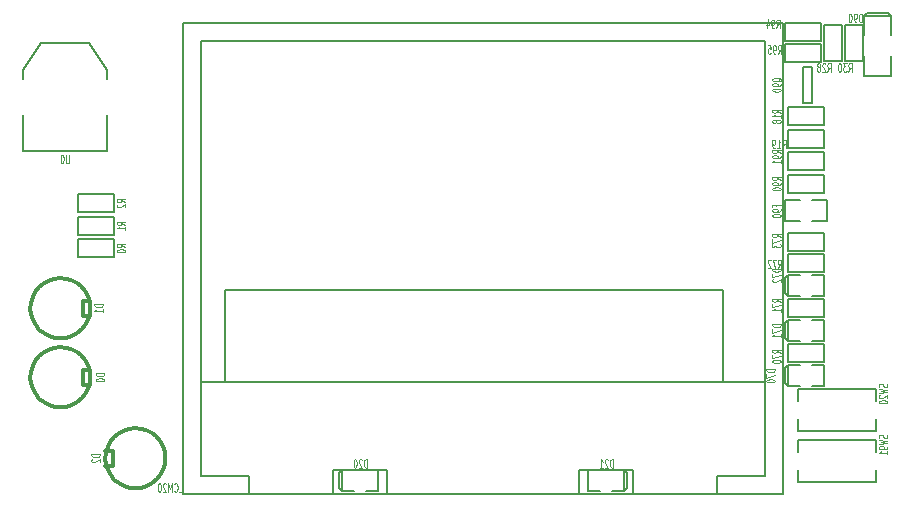
<source format=gbo>
G04 (created by PCBNEW-RS274X (2012-01-19 BZR 3256)-stable) date 22/03/2013 00:28:45*
G01*
G70*
G90*
%MOIN*%
G04 Gerber Fmt 3.4, Leading zero omitted, Abs format*
%FSLAX34Y34*%
G04 APERTURE LIST*
%ADD10C,0.006000*%
%ADD11C,0.005000*%
%ADD12C,0.008000*%
%ADD13C,0.012000*%
%ADD14C,0.004500*%
G04 APERTURE END LIST*
G54D10*
G54D11*
X100150Y-44650D02*
X100150Y-45850D01*
X100150Y-45850D02*
X100450Y-45850D01*
X100450Y-45850D02*
X100450Y-44650D01*
X100450Y-44650D02*
X100150Y-44650D01*
X100050Y-49800D02*
X99550Y-49800D01*
X99550Y-49800D02*
X99550Y-49100D01*
X99550Y-49100D02*
X100050Y-49100D01*
X100450Y-49800D02*
X100950Y-49800D01*
X100950Y-49800D02*
X100950Y-49100D01*
X100950Y-49100D02*
X100450Y-49100D01*
X99650Y-46600D02*
X100850Y-46600D01*
X100850Y-46600D02*
X100850Y-46000D01*
X100850Y-46000D02*
X99650Y-46000D01*
X99650Y-46000D02*
X99650Y-46600D01*
X100850Y-46750D02*
X99650Y-46750D01*
X99650Y-46750D02*
X99650Y-47350D01*
X99650Y-47350D02*
X100850Y-47350D01*
X100850Y-47350D02*
X100850Y-46750D01*
X100850Y-48250D02*
X99650Y-48250D01*
X99650Y-48250D02*
X99650Y-48850D01*
X99650Y-48850D02*
X100850Y-48850D01*
X100850Y-48850D02*
X100850Y-48250D01*
X100850Y-47500D02*
X99650Y-47500D01*
X99650Y-47500D02*
X99650Y-48100D01*
X99650Y-48100D02*
X100850Y-48100D01*
X100850Y-48100D02*
X100850Y-47500D01*
X99550Y-43800D02*
X100750Y-43800D01*
X100750Y-43800D02*
X100750Y-43200D01*
X100750Y-43200D02*
X99550Y-43200D01*
X99550Y-43200D02*
X99550Y-43800D01*
X100750Y-43900D02*
X99550Y-43900D01*
X99550Y-43900D02*
X99550Y-44500D01*
X99550Y-44500D02*
X100750Y-44500D01*
X100750Y-44500D02*
X100750Y-43900D01*
X103100Y-42950D02*
X103000Y-42850D01*
X103000Y-42850D02*
X102300Y-42850D01*
X102300Y-42850D02*
X102200Y-42950D01*
X103100Y-44950D02*
X102200Y-44950D01*
X102200Y-44950D02*
X102200Y-44300D01*
X103100Y-43600D02*
X103100Y-42950D01*
X103100Y-42950D02*
X102200Y-42950D01*
X102200Y-42950D02*
X102200Y-43600D01*
X103100Y-44300D02*
X103100Y-44950D01*
X84800Y-58800D02*
X84700Y-58700D01*
X84700Y-58700D02*
X84700Y-58200D01*
X84700Y-58200D02*
X84800Y-58100D01*
X85200Y-58800D02*
X84800Y-58800D01*
X84800Y-58800D02*
X84800Y-58100D01*
X84800Y-58100D02*
X85200Y-58100D01*
X85600Y-58800D02*
X86000Y-58800D01*
X86000Y-58800D02*
X86000Y-58100D01*
X86000Y-58100D02*
X85600Y-58100D01*
X94200Y-58100D02*
X94300Y-58200D01*
X94300Y-58200D02*
X94300Y-58700D01*
X94300Y-58700D02*
X94200Y-58800D01*
X93800Y-58100D02*
X94200Y-58100D01*
X94200Y-58100D02*
X94200Y-58800D01*
X94200Y-58800D02*
X93800Y-58800D01*
X93400Y-58100D02*
X93000Y-58100D01*
X93000Y-58100D02*
X93000Y-58800D01*
X93000Y-58800D02*
X93400Y-58800D01*
X99650Y-55300D02*
X99550Y-55200D01*
X99550Y-55200D02*
X99550Y-54700D01*
X99550Y-54700D02*
X99650Y-54600D01*
X100050Y-55300D02*
X99650Y-55300D01*
X99650Y-55300D02*
X99650Y-54600D01*
X99650Y-54600D02*
X100050Y-54600D01*
X100450Y-55300D02*
X100850Y-55300D01*
X100850Y-55300D02*
X100850Y-54600D01*
X100850Y-54600D02*
X100450Y-54600D01*
X99650Y-53800D02*
X99550Y-53700D01*
X99550Y-53700D02*
X99550Y-53200D01*
X99550Y-53200D02*
X99650Y-53100D01*
X100050Y-53800D02*
X99650Y-53800D01*
X99650Y-53800D02*
X99650Y-53100D01*
X99650Y-53100D02*
X100050Y-53100D01*
X100450Y-53800D02*
X100850Y-53800D01*
X100850Y-53800D02*
X100850Y-53100D01*
X100850Y-53100D02*
X100450Y-53100D01*
X99650Y-52300D02*
X99550Y-52200D01*
X99550Y-52200D02*
X99550Y-51700D01*
X99550Y-51700D02*
X99650Y-51600D01*
X100050Y-52300D02*
X99650Y-52300D01*
X99650Y-52300D02*
X99650Y-51600D01*
X99650Y-51600D02*
X100050Y-51600D01*
X100450Y-52300D02*
X100850Y-52300D01*
X100850Y-52300D02*
X100850Y-51600D01*
X100850Y-51600D02*
X100450Y-51600D01*
X100850Y-53900D02*
X99650Y-53900D01*
X99650Y-53900D02*
X99650Y-54500D01*
X99650Y-54500D02*
X100850Y-54500D01*
X100850Y-54500D02*
X100850Y-53900D01*
X100850Y-52400D02*
X99650Y-52400D01*
X99650Y-52400D02*
X99650Y-53000D01*
X99650Y-53000D02*
X100850Y-53000D01*
X100850Y-53000D02*
X100850Y-52400D01*
X100850Y-50900D02*
X99650Y-50900D01*
X99650Y-50900D02*
X99650Y-51500D01*
X99650Y-51500D02*
X100850Y-51500D01*
X100850Y-51500D02*
X100850Y-50900D01*
X100850Y-50200D02*
X99650Y-50200D01*
X99650Y-50200D02*
X99650Y-50800D01*
X99650Y-50800D02*
X100850Y-50800D01*
X100850Y-50800D02*
X100850Y-50200D01*
X77200Y-50400D02*
X76000Y-50400D01*
X76000Y-50400D02*
X76000Y-51000D01*
X76000Y-51000D02*
X77200Y-51000D01*
X77200Y-51000D02*
X77200Y-50400D01*
X77200Y-49650D02*
X76000Y-49650D01*
X76000Y-49650D02*
X76000Y-50250D01*
X76000Y-50250D02*
X77200Y-50250D01*
X77200Y-50250D02*
X77200Y-49650D01*
X77200Y-48900D02*
X76000Y-48900D01*
X76000Y-48900D02*
X76000Y-49500D01*
X76000Y-49500D02*
X77200Y-49500D01*
X77200Y-49500D02*
X77200Y-48900D01*
X102600Y-56400D02*
X102600Y-56800D01*
X102600Y-56800D02*
X100000Y-56800D01*
X100000Y-56800D02*
X100000Y-56400D01*
X102600Y-55800D02*
X102600Y-55400D01*
X102600Y-55400D02*
X100000Y-55400D01*
X100000Y-55400D02*
X100000Y-55800D01*
G54D12*
X76950Y-46250D02*
X76950Y-47450D01*
X76950Y-47450D02*
X74150Y-47450D01*
X74150Y-47450D02*
X74150Y-46250D01*
X76950Y-45050D02*
X76950Y-44750D01*
X76950Y-44750D02*
X76350Y-43850D01*
X76350Y-43850D02*
X74750Y-43850D01*
X74750Y-43850D02*
X74150Y-44750D01*
X74150Y-44750D02*
X74150Y-45050D01*
G54D13*
X76400Y-55000D02*
X76380Y-55194D01*
X76324Y-55381D01*
X76232Y-55553D01*
X76109Y-55704D01*
X75959Y-55829D01*
X75787Y-55921D01*
X75601Y-55979D01*
X75406Y-55999D01*
X75213Y-55982D01*
X75026Y-55927D01*
X74853Y-55836D01*
X74701Y-55714D01*
X74575Y-55564D01*
X74481Y-55393D01*
X74422Y-55207D01*
X74401Y-55013D01*
X74417Y-54820D01*
X74471Y-54632D01*
X74560Y-54459D01*
X74681Y-54306D01*
X74830Y-54179D01*
X75000Y-54084D01*
X75186Y-54024D01*
X75380Y-54001D01*
X75573Y-54016D01*
X75761Y-54068D01*
X75935Y-54156D01*
X76089Y-54276D01*
X76217Y-54424D01*
X76313Y-54594D01*
X76375Y-54779D01*
X76399Y-54973D01*
X76400Y-55000D01*
X76400Y-55250D02*
X76150Y-55250D01*
X76150Y-55250D02*
X76150Y-54750D01*
X76150Y-54750D02*
X76400Y-54750D01*
X76400Y-52700D02*
X76380Y-52894D01*
X76324Y-53081D01*
X76232Y-53253D01*
X76109Y-53404D01*
X75959Y-53529D01*
X75787Y-53621D01*
X75601Y-53679D01*
X75406Y-53699D01*
X75213Y-53682D01*
X75026Y-53627D01*
X74853Y-53536D01*
X74701Y-53414D01*
X74575Y-53264D01*
X74481Y-53093D01*
X74422Y-52907D01*
X74401Y-52713D01*
X74417Y-52520D01*
X74471Y-52332D01*
X74560Y-52159D01*
X74681Y-52006D01*
X74830Y-51879D01*
X75000Y-51784D01*
X75186Y-51724D01*
X75380Y-51701D01*
X75573Y-51716D01*
X75761Y-51768D01*
X75935Y-51856D01*
X76089Y-51976D01*
X76217Y-52124D01*
X76313Y-52294D01*
X76375Y-52479D01*
X76399Y-52673D01*
X76400Y-52700D01*
X76400Y-52950D02*
X76150Y-52950D01*
X76150Y-52950D02*
X76150Y-52450D01*
X76150Y-52450D02*
X76400Y-52450D01*
X78900Y-57700D02*
X78880Y-57894D01*
X78824Y-58081D01*
X78732Y-58253D01*
X78609Y-58404D01*
X78459Y-58529D01*
X78287Y-58621D01*
X78101Y-58679D01*
X77906Y-58699D01*
X77713Y-58682D01*
X77526Y-58627D01*
X77353Y-58536D01*
X77201Y-58414D01*
X77075Y-58264D01*
X76981Y-58093D01*
X76922Y-57907D01*
X76901Y-57713D01*
X76917Y-57520D01*
X76971Y-57332D01*
X77060Y-57159D01*
X77181Y-57006D01*
X77330Y-56879D01*
X77500Y-56784D01*
X77686Y-56724D01*
X77880Y-56701D01*
X78073Y-56716D01*
X78261Y-56768D01*
X78435Y-56856D01*
X78589Y-56976D01*
X78717Y-57124D01*
X78813Y-57294D01*
X78875Y-57479D01*
X78899Y-57673D01*
X78900Y-57700D01*
X76900Y-57450D02*
X77150Y-57450D01*
X77150Y-57450D02*
X77150Y-57950D01*
X77150Y-57950D02*
X76900Y-57950D01*
G54D11*
X101450Y-44450D02*
X101450Y-43250D01*
X101450Y-43250D02*
X100850Y-43250D01*
X100850Y-43250D02*
X100850Y-44450D01*
X100850Y-44450D02*
X101450Y-44450D01*
X101550Y-43250D02*
X101550Y-44450D01*
X101550Y-44450D02*
X102150Y-44450D01*
X102150Y-44450D02*
X102150Y-43250D01*
X102150Y-43250D02*
X101550Y-43250D01*
X102600Y-58100D02*
X102600Y-58500D01*
X102600Y-58500D02*
X100000Y-58500D01*
X100000Y-58500D02*
X100000Y-58100D01*
X102600Y-57500D02*
X102600Y-57100D01*
X102600Y-57100D02*
X100000Y-57100D01*
X100000Y-57100D02*
X100000Y-57500D01*
X80900Y-52100D02*
X80900Y-55150D01*
X97500Y-52100D02*
X97500Y-55150D01*
X80900Y-52100D02*
X97500Y-52100D01*
X98900Y-55150D02*
X80100Y-55150D01*
X84500Y-58900D02*
X84500Y-58100D01*
X84500Y-58100D02*
X86300Y-58100D01*
X86300Y-58100D02*
X86300Y-58900D01*
X94500Y-58900D02*
X94500Y-58100D01*
X94500Y-58100D02*
X92700Y-58100D01*
X92700Y-58100D02*
X92700Y-58900D01*
X81700Y-58900D02*
X81700Y-58300D01*
X81700Y-58300D02*
X80100Y-58300D01*
X80100Y-58300D02*
X80100Y-43800D01*
X80100Y-43800D02*
X98900Y-43800D01*
X98900Y-43800D02*
X98900Y-58300D01*
X98900Y-58300D02*
X97300Y-58300D01*
X97300Y-58300D02*
X97300Y-58900D01*
X99500Y-43200D02*
X79500Y-43200D01*
X79500Y-58900D02*
X99500Y-58900D01*
X79500Y-43200D02*
X79500Y-58900D01*
X99500Y-43200D02*
X99500Y-58900D01*
G54D14*
X99440Y-45148D02*
X99427Y-45131D01*
X99400Y-45114D01*
X99360Y-45088D01*
X99347Y-45071D01*
X99347Y-45054D01*
X99413Y-45062D02*
X99400Y-45045D01*
X99373Y-45028D01*
X99320Y-45019D01*
X99227Y-45019D01*
X99173Y-45028D01*
X99147Y-45045D01*
X99133Y-45062D01*
X99133Y-45096D01*
X99147Y-45114D01*
X99173Y-45131D01*
X99227Y-45139D01*
X99320Y-45139D01*
X99373Y-45131D01*
X99400Y-45114D01*
X99413Y-45096D01*
X99413Y-45062D01*
X99413Y-45225D02*
X99413Y-45260D01*
X99400Y-45277D01*
X99387Y-45285D01*
X99347Y-45303D01*
X99293Y-45311D01*
X99187Y-45311D01*
X99160Y-45303D01*
X99147Y-45294D01*
X99133Y-45277D01*
X99133Y-45243D01*
X99147Y-45225D01*
X99160Y-45217D01*
X99187Y-45208D01*
X99253Y-45208D01*
X99280Y-45217D01*
X99293Y-45225D01*
X99307Y-45243D01*
X99307Y-45277D01*
X99293Y-45294D01*
X99280Y-45303D01*
X99253Y-45311D01*
X99133Y-45422D02*
X99133Y-45439D01*
X99147Y-45456D01*
X99160Y-45465D01*
X99187Y-45474D01*
X99240Y-45482D01*
X99307Y-45482D01*
X99360Y-45474D01*
X99387Y-45465D01*
X99400Y-45456D01*
X99413Y-45439D01*
X99413Y-45422D01*
X99400Y-45405D01*
X99387Y-45396D01*
X99360Y-45388D01*
X99307Y-45379D01*
X99240Y-45379D01*
X99187Y-45388D01*
X99160Y-45396D01*
X99147Y-45405D01*
X99133Y-45422D01*
X99267Y-49305D02*
X99267Y-49245D01*
X99413Y-49245D02*
X99133Y-49245D01*
X99133Y-49331D01*
X99413Y-49407D02*
X99413Y-49442D01*
X99400Y-49459D01*
X99387Y-49467D01*
X99347Y-49485D01*
X99293Y-49493D01*
X99187Y-49493D01*
X99160Y-49485D01*
X99147Y-49476D01*
X99133Y-49459D01*
X99133Y-49425D01*
X99147Y-49407D01*
X99160Y-49399D01*
X99187Y-49390D01*
X99253Y-49390D01*
X99280Y-49399D01*
X99293Y-49407D01*
X99307Y-49425D01*
X99307Y-49459D01*
X99293Y-49476D01*
X99280Y-49485D01*
X99253Y-49493D01*
X99133Y-49604D02*
X99133Y-49621D01*
X99147Y-49638D01*
X99160Y-49647D01*
X99187Y-49656D01*
X99240Y-49664D01*
X99307Y-49664D01*
X99360Y-49656D01*
X99387Y-49647D01*
X99400Y-49638D01*
X99413Y-49621D01*
X99413Y-49604D01*
X99400Y-49587D01*
X99387Y-49578D01*
X99360Y-49570D01*
X99307Y-49561D01*
X99240Y-49561D01*
X99187Y-49570D01*
X99160Y-49578D01*
X99147Y-49587D01*
X99133Y-49604D01*
X99413Y-46185D02*
X99280Y-46125D01*
X99413Y-46082D02*
X99133Y-46082D01*
X99133Y-46150D01*
X99147Y-46168D01*
X99160Y-46176D01*
X99187Y-46185D01*
X99227Y-46185D01*
X99253Y-46176D01*
X99267Y-46168D01*
X99280Y-46150D01*
X99280Y-46082D01*
X99413Y-46356D02*
X99413Y-46253D01*
X99413Y-46305D02*
X99133Y-46305D01*
X99173Y-46288D01*
X99200Y-46270D01*
X99213Y-46253D01*
X99253Y-46459D02*
X99240Y-46441D01*
X99227Y-46433D01*
X99200Y-46424D01*
X99187Y-46424D01*
X99160Y-46433D01*
X99147Y-46441D01*
X99133Y-46459D01*
X99133Y-46493D01*
X99147Y-46510D01*
X99160Y-46519D01*
X99187Y-46527D01*
X99200Y-46527D01*
X99227Y-46519D01*
X99240Y-46510D01*
X99253Y-46493D01*
X99253Y-46459D01*
X99267Y-46441D01*
X99280Y-46433D01*
X99307Y-46424D01*
X99360Y-46424D01*
X99387Y-46433D01*
X99400Y-46441D01*
X99413Y-46459D01*
X99413Y-46493D01*
X99400Y-46510D01*
X99387Y-46519D01*
X99360Y-46527D01*
X99307Y-46527D01*
X99280Y-46519D01*
X99267Y-46510D01*
X99253Y-46493D01*
X99465Y-47363D02*
X99525Y-47230D01*
X99568Y-47363D02*
X99568Y-47083D01*
X99500Y-47083D01*
X99482Y-47097D01*
X99474Y-47110D01*
X99465Y-47137D01*
X99465Y-47177D01*
X99474Y-47203D01*
X99482Y-47217D01*
X99500Y-47230D01*
X99568Y-47230D01*
X99294Y-47363D02*
X99397Y-47363D01*
X99345Y-47363D02*
X99345Y-47083D01*
X99362Y-47123D01*
X99380Y-47150D01*
X99397Y-47163D01*
X99209Y-47363D02*
X99174Y-47363D01*
X99157Y-47350D01*
X99149Y-47337D01*
X99131Y-47297D01*
X99123Y-47243D01*
X99123Y-47137D01*
X99131Y-47110D01*
X99140Y-47097D01*
X99157Y-47083D01*
X99191Y-47083D01*
X99209Y-47097D01*
X99217Y-47110D01*
X99226Y-47137D01*
X99226Y-47203D01*
X99217Y-47230D01*
X99209Y-47243D01*
X99191Y-47257D01*
X99157Y-47257D01*
X99140Y-47243D01*
X99131Y-47230D01*
X99123Y-47203D01*
X99413Y-48435D02*
X99280Y-48375D01*
X99413Y-48332D02*
X99133Y-48332D01*
X99133Y-48400D01*
X99147Y-48418D01*
X99160Y-48426D01*
X99187Y-48435D01*
X99227Y-48435D01*
X99253Y-48426D01*
X99267Y-48418D01*
X99280Y-48400D01*
X99280Y-48332D01*
X99413Y-48520D02*
X99413Y-48555D01*
X99400Y-48572D01*
X99387Y-48580D01*
X99347Y-48598D01*
X99293Y-48606D01*
X99187Y-48606D01*
X99160Y-48598D01*
X99147Y-48589D01*
X99133Y-48572D01*
X99133Y-48538D01*
X99147Y-48520D01*
X99160Y-48512D01*
X99187Y-48503D01*
X99253Y-48503D01*
X99280Y-48512D01*
X99293Y-48520D01*
X99307Y-48538D01*
X99307Y-48572D01*
X99293Y-48589D01*
X99280Y-48598D01*
X99253Y-48606D01*
X99133Y-48717D02*
X99133Y-48734D01*
X99147Y-48751D01*
X99160Y-48760D01*
X99187Y-48769D01*
X99240Y-48777D01*
X99307Y-48777D01*
X99360Y-48769D01*
X99387Y-48760D01*
X99400Y-48751D01*
X99413Y-48734D01*
X99413Y-48717D01*
X99400Y-48700D01*
X99387Y-48691D01*
X99360Y-48683D01*
X99307Y-48674D01*
X99240Y-48674D01*
X99187Y-48683D01*
X99160Y-48691D01*
X99147Y-48700D01*
X99133Y-48717D01*
X99413Y-47535D02*
X99280Y-47475D01*
X99413Y-47432D02*
X99133Y-47432D01*
X99133Y-47500D01*
X99147Y-47518D01*
X99160Y-47526D01*
X99187Y-47535D01*
X99227Y-47535D01*
X99253Y-47526D01*
X99267Y-47518D01*
X99280Y-47500D01*
X99280Y-47432D01*
X99413Y-47620D02*
X99413Y-47655D01*
X99400Y-47672D01*
X99387Y-47680D01*
X99347Y-47698D01*
X99293Y-47706D01*
X99187Y-47706D01*
X99160Y-47698D01*
X99147Y-47689D01*
X99133Y-47672D01*
X99133Y-47638D01*
X99147Y-47620D01*
X99160Y-47612D01*
X99187Y-47603D01*
X99253Y-47603D01*
X99280Y-47612D01*
X99293Y-47620D01*
X99307Y-47638D01*
X99307Y-47672D01*
X99293Y-47689D01*
X99280Y-47698D01*
X99253Y-47706D01*
X99413Y-47877D02*
X99413Y-47774D01*
X99413Y-47826D02*
X99133Y-47826D01*
X99173Y-47809D01*
X99200Y-47791D01*
X99213Y-47774D01*
X99265Y-43363D02*
X99325Y-43230D01*
X99368Y-43363D02*
X99368Y-43083D01*
X99300Y-43083D01*
X99282Y-43097D01*
X99274Y-43110D01*
X99265Y-43137D01*
X99265Y-43177D01*
X99274Y-43203D01*
X99282Y-43217D01*
X99300Y-43230D01*
X99368Y-43230D01*
X99180Y-43363D02*
X99145Y-43363D01*
X99128Y-43350D01*
X99120Y-43337D01*
X99102Y-43297D01*
X99094Y-43243D01*
X99094Y-43137D01*
X99102Y-43110D01*
X99111Y-43097D01*
X99128Y-43083D01*
X99162Y-43083D01*
X99180Y-43097D01*
X99188Y-43110D01*
X99197Y-43137D01*
X99197Y-43203D01*
X99188Y-43230D01*
X99180Y-43243D01*
X99162Y-43257D01*
X99128Y-43257D01*
X99111Y-43243D01*
X99102Y-43230D01*
X99094Y-43203D01*
X98940Y-43177D02*
X98940Y-43363D01*
X98983Y-43070D02*
X99026Y-43270D01*
X98914Y-43270D01*
X99315Y-44213D02*
X99375Y-44080D01*
X99418Y-44213D02*
X99418Y-43933D01*
X99350Y-43933D01*
X99332Y-43947D01*
X99324Y-43960D01*
X99315Y-43987D01*
X99315Y-44027D01*
X99324Y-44053D01*
X99332Y-44067D01*
X99350Y-44080D01*
X99418Y-44080D01*
X99230Y-44213D02*
X99195Y-44213D01*
X99178Y-44200D01*
X99170Y-44187D01*
X99152Y-44147D01*
X99144Y-44093D01*
X99144Y-43987D01*
X99152Y-43960D01*
X99161Y-43947D01*
X99178Y-43933D01*
X99212Y-43933D01*
X99230Y-43947D01*
X99238Y-43960D01*
X99247Y-43987D01*
X99247Y-44053D01*
X99238Y-44080D01*
X99230Y-44093D01*
X99212Y-44107D01*
X99178Y-44107D01*
X99161Y-44093D01*
X99152Y-44080D01*
X99144Y-44053D01*
X98981Y-43933D02*
X99067Y-43933D01*
X99076Y-44067D01*
X99067Y-44053D01*
X99050Y-44040D01*
X99007Y-44040D01*
X98990Y-44053D01*
X98981Y-44067D01*
X98973Y-44093D01*
X98973Y-44160D01*
X98981Y-44187D01*
X98990Y-44200D01*
X99007Y-44213D01*
X99050Y-44213D01*
X99067Y-44200D01*
X99076Y-44187D01*
X102118Y-43163D02*
X102118Y-42883D01*
X102075Y-42883D01*
X102050Y-42897D01*
X102032Y-42923D01*
X102024Y-42950D01*
X102015Y-43003D01*
X102015Y-43043D01*
X102024Y-43097D01*
X102032Y-43123D01*
X102050Y-43150D01*
X102075Y-43163D01*
X102118Y-43163D01*
X101930Y-43163D02*
X101895Y-43163D01*
X101878Y-43150D01*
X101870Y-43137D01*
X101852Y-43097D01*
X101844Y-43043D01*
X101844Y-42937D01*
X101852Y-42910D01*
X101861Y-42897D01*
X101878Y-42883D01*
X101912Y-42883D01*
X101930Y-42897D01*
X101938Y-42910D01*
X101947Y-42937D01*
X101947Y-43003D01*
X101938Y-43030D01*
X101930Y-43043D01*
X101912Y-43057D01*
X101878Y-43057D01*
X101861Y-43043D01*
X101852Y-43030D01*
X101844Y-43003D01*
X101733Y-42883D02*
X101716Y-42883D01*
X101699Y-42897D01*
X101690Y-42910D01*
X101681Y-42937D01*
X101673Y-42990D01*
X101673Y-43057D01*
X101681Y-43110D01*
X101690Y-43137D01*
X101699Y-43150D01*
X101716Y-43163D01*
X101733Y-43163D01*
X101750Y-43150D01*
X101759Y-43137D01*
X101767Y-43110D01*
X101776Y-43057D01*
X101776Y-42990D01*
X101767Y-42937D01*
X101759Y-42910D01*
X101750Y-42897D01*
X101733Y-42883D01*
X85618Y-58013D02*
X85618Y-57733D01*
X85575Y-57733D01*
X85550Y-57747D01*
X85532Y-57773D01*
X85524Y-57800D01*
X85515Y-57853D01*
X85515Y-57893D01*
X85524Y-57947D01*
X85532Y-57973D01*
X85550Y-58000D01*
X85575Y-58013D01*
X85618Y-58013D01*
X85447Y-57760D02*
X85438Y-57747D01*
X85421Y-57733D01*
X85378Y-57733D01*
X85361Y-57747D01*
X85352Y-57760D01*
X85344Y-57787D01*
X85344Y-57813D01*
X85352Y-57853D01*
X85455Y-58013D01*
X85344Y-58013D01*
X85233Y-57733D02*
X85216Y-57733D01*
X85199Y-57747D01*
X85190Y-57760D01*
X85181Y-57787D01*
X85173Y-57840D01*
X85173Y-57907D01*
X85181Y-57960D01*
X85190Y-57987D01*
X85199Y-58000D01*
X85216Y-58013D01*
X85233Y-58013D01*
X85250Y-58000D01*
X85259Y-57987D01*
X85267Y-57960D01*
X85276Y-57907D01*
X85276Y-57840D01*
X85267Y-57787D01*
X85259Y-57760D01*
X85250Y-57747D01*
X85233Y-57733D01*
X93818Y-58013D02*
X93818Y-57733D01*
X93775Y-57733D01*
X93750Y-57747D01*
X93732Y-57773D01*
X93724Y-57800D01*
X93715Y-57853D01*
X93715Y-57893D01*
X93724Y-57947D01*
X93732Y-57973D01*
X93750Y-58000D01*
X93775Y-58013D01*
X93818Y-58013D01*
X93647Y-57760D02*
X93638Y-57747D01*
X93621Y-57733D01*
X93578Y-57733D01*
X93561Y-57747D01*
X93552Y-57760D01*
X93544Y-57787D01*
X93544Y-57813D01*
X93552Y-57853D01*
X93655Y-58013D01*
X93544Y-58013D01*
X93373Y-58013D02*
X93476Y-58013D01*
X93424Y-58013D02*
X93424Y-57733D01*
X93441Y-57773D01*
X93459Y-57800D01*
X93476Y-57813D01*
X99213Y-54732D02*
X98933Y-54732D01*
X98933Y-54775D01*
X98947Y-54800D01*
X98973Y-54818D01*
X99000Y-54826D01*
X99053Y-54835D01*
X99093Y-54835D01*
X99147Y-54826D01*
X99173Y-54818D01*
X99200Y-54800D01*
X99213Y-54775D01*
X99213Y-54732D01*
X98933Y-54895D02*
X98933Y-55015D01*
X99213Y-54938D01*
X98933Y-55117D02*
X98933Y-55134D01*
X98947Y-55151D01*
X98960Y-55160D01*
X98987Y-55169D01*
X99040Y-55177D01*
X99107Y-55177D01*
X99160Y-55169D01*
X99187Y-55160D01*
X99200Y-55151D01*
X99213Y-55134D01*
X99213Y-55117D01*
X99200Y-55100D01*
X99187Y-55091D01*
X99160Y-55083D01*
X99107Y-55074D01*
X99040Y-55074D01*
X98987Y-55083D01*
X98960Y-55091D01*
X98947Y-55100D01*
X98933Y-55117D01*
X99413Y-53232D02*
X99133Y-53232D01*
X99133Y-53275D01*
X99147Y-53300D01*
X99173Y-53318D01*
X99200Y-53326D01*
X99253Y-53335D01*
X99293Y-53335D01*
X99347Y-53326D01*
X99373Y-53318D01*
X99400Y-53300D01*
X99413Y-53275D01*
X99413Y-53232D01*
X99133Y-53395D02*
X99133Y-53515D01*
X99413Y-53438D01*
X99413Y-53677D02*
X99413Y-53574D01*
X99413Y-53626D02*
X99133Y-53626D01*
X99173Y-53609D01*
X99200Y-53591D01*
X99213Y-53574D01*
X99413Y-51382D02*
X99133Y-51382D01*
X99133Y-51425D01*
X99147Y-51450D01*
X99173Y-51468D01*
X99200Y-51476D01*
X99253Y-51485D01*
X99293Y-51485D01*
X99347Y-51476D01*
X99373Y-51468D01*
X99400Y-51450D01*
X99413Y-51425D01*
X99413Y-51382D01*
X99133Y-51545D02*
X99133Y-51665D01*
X99413Y-51588D01*
X99160Y-51724D02*
X99147Y-51733D01*
X99133Y-51750D01*
X99133Y-51793D01*
X99147Y-51810D01*
X99160Y-51819D01*
X99187Y-51827D01*
X99213Y-51827D01*
X99253Y-51819D01*
X99413Y-51716D01*
X99413Y-51827D01*
X99413Y-54185D02*
X99280Y-54125D01*
X99413Y-54082D02*
X99133Y-54082D01*
X99133Y-54150D01*
X99147Y-54168D01*
X99160Y-54176D01*
X99187Y-54185D01*
X99227Y-54185D01*
X99253Y-54176D01*
X99267Y-54168D01*
X99280Y-54150D01*
X99280Y-54082D01*
X99133Y-54245D02*
X99133Y-54365D01*
X99413Y-54288D01*
X99133Y-54467D02*
X99133Y-54484D01*
X99147Y-54501D01*
X99160Y-54510D01*
X99187Y-54519D01*
X99240Y-54527D01*
X99307Y-54527D01*
X99360Y-54519D01*
X99387Y-54510D01*
X99400Y-54501D01*
X99413Y-54484D01*
X99413Y-54467D01*
X99400Y-54450D01*
X99387Y-54441D01*
X99360Y-54433D01*
X99307Y-54424D01*
X99240Y-54424D01*
X99187Y-54433D01*
X99160Y-54441D01*
X99147Y-54450D01*
X99133Y-54467D01*
X99413Y-52485D02*
X99280Y-52425D01*
X99413Y-52382D02*
X99133Y-52382D01*
X99133Y-52450D01*
X99147Y-52468D01*
X99160Y-52476D01*
X99187Y-52485D01*
X99227Y-52485D01*
X99253Y-52476D01*
X99267Y-52468D01*
X99280Y-52450D01*
X99280Y-52382D01*
X99133Y-52545D02*
X99133Y-52665D01*
X99413Y-52588D01*
X99413Y-52827D02*
X99413Y-52724D01*
X99413Y-52776D02*
X99133Y-52776D01*
X99173Y-52759D01*
X99200Y-52741D01*
X99213Y-52724D01*
X99315Y-51363D02*
X99375Y-51230D01*
X99418Y-51363D02*
X99418Y-51083D01*
X99350Y-51083D01*
X99332Y-51097D01*
X99324Y-51110D01*
X99315Y-51137D01*
X99315Y-51177D01*
X99324Y-51203D01*
X99332Y-51217D01*
X99350Y-51230D01*
X99418Y-51230D01*
X99255Y-51083D02*
X99135Y-51083D01*
X99212Y-51363D01*
X99076Y-51110D02*
X99067Y-51097D01*
X99050Y-51083D01*
X99007Y-51083D01*
X98990Y-51097D01*
X98981Y-51110D01*
X98973Y-51137D01*
X98973Y-51163D01*
X98981Y-51203D01*
X99084Y-51363D01*
X98973Y-51363D01*
X99413Y-50335D02*
X99280Y-50275D01*
X99413Y-50232D02*
X99133Y-50232D01*
X99133Y-50300D01*
X99147Y-50318D01*
X99160Y-50326D01*
X99187Y-50335D01*
X99227Y-50335D01*
X99253Y-50326D01*
X99267Y-50318D01*
X99280Y-50300D01*
X99280Y-50232D01*
X99133Y-50395D02*
X99133Y-50515D01*
X99413Y-50438D01*
X99133Y-50566D02*
X99133Y-50677D01*
X99240Y-50617D01*
X99240Y-50643D01*
X99253Y-50660D01*
X99267Y-50669D01*
X99293Y-50677D01*
X99360Y-50677D01*
X99387Y-50669D01*
X99400Y-50660D01*
X99413Y-50643D01*
X99413Y-50591D01*
X99400Y-50574D01*
X99387Y-50566D01*
X77563Y-50671D02*
X77430Y-50611D01*
X77563Y-50568D02*
X77283Y-50568D01*
X77283Y-50636D01*
X77297Y-50654D01*
X77310Y-50662D01*
X77337Y-50671D01*
X77377Y-50671D01*
X77403Y-50662D01*
X77417Y-50654D01*
X77430Y-50636D01*
X77430Y-50568D01*
X77283Y-50782D02*
X77283Y-50799D01*
X77297Y-50816D01*
X77310Y-50825D01*
X77337Y-50834D01*
X77390Y-50842D01*
X77457Y-50842D01*
X77510Y-50834D01*
X77537Y-50825D01*
X77550Y-50816D01*
X77563Y-50799D01*
X77563Y-50782D01*
X77550Y-50765D01*
X77537Y-50756D01*
X77510Y-50748D01*
X77457Y-50739D01*
X77390Y-50739D01*
X77337Y-50748D01*
X77310Y-50756D01*
X77297Y-50765D01*
X77283Y-50782D01*
X77563Y-49921D02*
X77430Y-49861D01*
X77563Y-49818D02*
X77283Y-49818D01*
X77283Y-49886D01*
X77297Y-49904D01*
X77310Y-49912D01*
X77337Y-49921D01*
X77377Y-49921D01*
X77403Y-49912D01*
X77417Y-49904D01*
X77430Y-49886D01*
X77430Y-49818D01*
X77563Y-50092D02*
X77563Y-49989D01*
X77563Y-50041D02*
X77283Y-50041D01*
X77323Y-50024D01*
X77350Y-50006D01*
X77363Y-49989D01*
X77563Y-49171D02*
X77430Y-49111D01*
X77563Y-49068D02*
X77283Y-49068D01*
X77283Y-49136D01*
X77297Y-49154D01*
X77310Y-49162D01*
X77337Y-49171D01*
X77377Y-49171D01*
X77403Y-49162D01*
X77417Y-49154D01*
X77430Y-49136D01*
X77430Y-49068D01*
X77310Y-49239D02*
X77297Y-49248D01*
X77283Y-49265D01*
X77283Y-49308D01*
X77297Y-49325D01*
X77310Y-49334D01*
X77337Y-49342D01*
X77363Y-49342D01*
X77403Y-49334D01*
X77563Y-49231D01*
X77563Y-49342D01*
X102950Y-55225D02*
X102963Y-55251D01*
X102963Y-55294D01*
X102950Y-55311D01*
X102937Y-55320D01*
X102910Y-55328D01*
X102883Y-55328D01*
X102857Y-55320D01*
X102843Y-55311D01*
X102830Y-55294D01*
X102817Y-55260D01*
X102803Y-55242D01*
X102790Y-55234D01*
X102763Y-55225D01*
X102737Y-55225D01*
X102710Y-55234D01*
X102697Y-55242D01*
X102683Y-55260D01*
X102683Y-55302D01*
X102697Y-55328D01*
X102683Y-55388D02*
X102963Y-55431D01*
X102763Y-55465D01*
X102963Y-55499D01*
X102683Y-55542D01*
X102710Y-55602D02*
X102697Y-55611D01*
X102683Y-55628D01*
X102683Y-55671D01*
X102697Y-55688D01*
X102710Y-55697D01*
X102737Y-55705D01*
X102763Y-55705D01*
X102803Y-55697D01*
X102963Y-55594D01*
X102963Y-55705D01*
X102683Y-55816D02*
X102683Y-55833D01*
X102697Y-55850D01*
X102710Y-55859D01*
X102737Y-55868D01*
X102790Y-55876D01*
X102857Y-55876D01*
X102910Y-55868D01*
X102937Y-55859D01*
X102950Y-55850D01*
X102963Y-55833D01*
X102963Y-55816D01*
X102950Y-55799D01*
X102937Y-55790D01*
X102910Y-55782D01*
X102857Y-55773D01*
X102790Y-55773D01*
X102737Y-55782D01*
X102710Y-55790D01*
X102697Y-55799D01*
X102683Y-55816D01*
X75687Y-47583D02*
X75687Y-47810D01*
X75679Y-47837D01*
X75670Y-47850D01*
X75653Y-47863D01*
X75619Y-47863D01*
X75601Y-47850D01*
X75593Y-47837D01*
X75584Y-47810D01*
X75584Y-47583D01*
X75464Y-47583D02*
X75447Y-47583D01*
X75430Y-47597D01*
X75421Y-47610D01*
X75412Y-47637D01*
X75404Y-47690D01*
X75404Y-47757D01*
X75412Y-47810D01*
X75421Y-47837D01*
X75430Y-47850D01*
X75447Y-47863D01*
X75464Y-47863D01*
X75481Y-47850D01*
X75490Y-47837D01*
X75498Y-47810D01*
X75507Y-47757D01*
X75507Y-47690D01*
X75498Y-47637D01*
X75490Y-47610D01*
X75481Y-47597D01*
X75464Y-47583D01*
X76863Y-54868D02*
X76583Y-54868D01*
X76583Y-54911D01*
X76597Y-54936D01*
X76623Y-54954D01*
X76650Y-54962D01*
X76703Y-54971D01*
X76743Y-54971D01*
X76797Y-54962D01*
X76823Y-54954D01*
X76850Y-54936D01*
X76863Y-54911D01*
X76863Y-54868D01*
X76583Y-55082D02*
X76583Y-55099D01*
X76597Y-55116D01*
X76610Y-55125D01*
X76637Y-55134D01*
X76690Y-55142D01*
X76757Y-55142D01*
X76810Y-55134D01*
X76837Y-55125D01*
X76850Y-55116D01*
X76863Y-55099D01*
X76863Y-55082D01*
X76850Y-55065D01*
X76837Y-55056D01*
X76810Y-55048D01*
X76757Y-55039D01*
X76690Y-55039D01*
X76637Y-55048D01*
X76610Y-55056D01*
X76597Y-55065D01*
X76583Y-55082D01*
X76813Y-52568D02*
X76533Y-52568D01*
X76533Y-52611D01*
X76547Y-52636D01*
X76573Y-52654D01*
X76600Y-52662D01*
X76653Y-52671D01*
X76693Y-52671D01*
X76747Y-52662D01*
X76773Y-52654D01*
X76800Y-52636D01*
X76813Y-52611D01*
X76813Y-52568D01*
X76813Y-52842D02*
X76813Y-52739D01*
X76813Y-52791D02*
X76533Y-52791D01*
X76573Y-52774D01*
X76600Y-52756D01*
X76613Y-52739D01*
X76713Y-57568D02*
X76433Y-57568D01*
X76433Y-57611D01*
X76447Y-57636D01*
X76473Y-57654D01*
X76500Y-57662D01*
X76553Y-57671D01*
X76593Y-57671D01*
X76647Y-57662D01*
X76673Y-57654D01*
X76700Y-57636D01*
X76713Y-57611D01*
X76713Y-57568D01*
X76460Y-57739D02*
X76447Y-57748D01*
X76433Y-57765D01*
X76433Y-57808D01*
X76447Y-57825D01*
X76460Y-57834D01*
X76487Y-57842D01*
X76513Y-57842D01*
X76553Y-57834D01*
X76713Y-57731D01*
X76713Y-57842D01*
X100965Y-44813D02*
X101025Y-44680D01*
X101068Y-44813D02*
X101068Y-44533D01*
X101000Y-44533D01*
X100982Y-44547D01*
X100974Y-44560D01*
X100965Y-44587D01*
X100965Y-44627D01*
X100974Y-44653D01*
X100982Y-44667D01*
X101000Y-44680D01*
X101068Y-44680D01*
X100897Y-44560D02*
X100888Y-44547D01*
X100871Y-44533D01*
X100828Y-44533D01*
X100811Y-44547D01*
X100802Y-44560D01*
X100794Y-44587D01*
X100794Y-44613D01*
X100802Y-44653D01*
X100905Y-44813D01*
X100794Y-44813D01*
X100691Y-44653D02*
X100709Y-44640D01*
X100717Y-44627D01*
X100726Y-44600D01*
X100726Y-44587D01*
X100717Y-44560D01*
X100709Y-44547D01*
X100691Y-44533D01*
X100657Y-44533D01*
X100640Y-44547D01*
X100631Y-44560D01*
X100623Y-44587D01*
X100623Y-44600D01*
X100631Y-44627D01*
X100640Y-44640D01*
X100657Y-44653D01*
X100691Y-44653D01*
X100709Y-44667D01*
X100717Y-44680D01*
X100726Y-44707D01*
X100726Y-44760D01*
X100717Y-44787D01*
X100709Y-44800D01*
X100691Y-44813D01*
X100657Y-44813D01*
X100640Y-44800D01*
X100631Y-44787D01*
X100623Y-44760D01*
X100623Y-44707D01*
X100631Y-44680D01*
X100640Y-44667D01*
X100657Y-44653D01*
X101665Y-44813D02*
X101725Y-44680D01*
X101768Y-44813D02*
X101768Y-44533D01*
X101700Y-44533D01*
X101682Y-44547D01*
X101674Y-44560D01*
X101665Y-44587D01*
X101665Y-44627D01*
X101674Y-44653D01*
X101682Y-44667D01*
X101700Y-44680D01*
X101768Y-44680D01*
X101605Y-44533D02*
X101494Y-44533D01*
X101554Y-44640D01*
X101528Y-44640D01*
X101511Y-44653D01*
X101502Y-44667D01*
X101494Y-44693D01*
X101494Y-44760D01*
X101502Y-44787D01*
X101511Y-44800D01*
X101528Y-44813D01*
X101580Y-44813D01*
X101597Y-44800D01*
X101605Y-44787D01*
X101383Y-44533D02*
X101366Y-44533D01*
X101349Y-44547D01*
X101340Y-44560D01*
X101331Y-44587D01*
X101323Y-44640D01*
X101323Y-44707D01*
X101331Y-44760D01*
X101340Y-44787D01*
X101349Y-44800D01*
X101366Y-44813D01*
X101383Y-44813D01*
X101400Y-44800D01*
X101409Y-44787D01*
X101417Y-44760D01*
X101426Y-44707D01*
X101426Y-44640D01*
X101417Y-44587D01*
X101409Y-44560D01*
X101400Y-44547D01*
X101383Y-44533D01*
X102950Y-56925D02*
X102963Y-56951D01*
X102963Y-56994D01*
X102950Y-57011D01*
X102937Y-57020D01*
X102910Y-57028D01*
X102883Y-57028D01*
X102857Y-57020D01*
X102843Y-57011D01*
X102830Y-56994D01*
X102817Y-56960D01*
X102803Y-56942D01*
X102790Y-56934D01*
X102763Y-56925D01*
X102737Y-56925D01*
X102710Y-56934D01*
X102697Y-56942D01*
X102683Y-56960D01*
X102683Y-57002D01*
X102697Y-57028D01*
X102683Y-57088D02*
X102963Y-57131D01*
X102763Y-57165D01*
X102963Y-57199D01*
X102683Y-57242D01*
X102963Y-57319D02*
X102963Y-57354D01*
X102950Y-57371D01*
X102937Y-57379D01*
X102897Y-57397D01*
X102843Y-57405D01*
X102737Y-57405D01*
X102710Y-57397D01*
X102697Y-57388D01*
X102683Y-57371D01*
X102683Y-57337D01*
X102697Y-57319D01*
X102710Y-57311D01*
X102737Y-57302D01*
X102803Y-57302D01*
X102830Y-57311D01*
X102843Y-57319D01*
X102857Y-57337D01*
X102857Y-57371D01*
X102843Y-57388D01*
X102830Y-57397D01*
X102803Y-57405D01*
X102963Y-57576D02*
X102963Y-57473D01*
X102963Y-57525D02*
X102683Y-57525D01*
X102723Y-57508D01*
X102750Y-57490D01*
X102763Y-57473D01*
X79358Y-58813D02*
X79444Y-58813D01*
X79444Y-58533D01*
X79195Y-58787D02*
X79204Y-58800D01*
X79230Y-58813D01*
X79247Y-58813D01*
X79272Y-58800D01*
X79290Y-58773D01*
X79298Y-58747D01*
X79307Y-58693D01*
X79307Y-58653D01*
X79298Y-58600D01*
X79290Y-58573D01*
X79272Y-58547D01*
X79247Y-58533D01*
X79230Y-58533D01*
X79204Y-58547D01*
X79195Y-58560D01*
X79118Y-58813D02*
X79118Y-58533D01*
X79058Y-58733D01*
X78998Y-58533D01*
X78998Y-58813D01*
X78921Y-58560D02*
X78912Y-58547D01*
X78895Y-58533D01*
X78852Y-58533D01*
X78835Y-58547D01*
X78826Y-58560D01*
X78818Y-58587D01*
X78818Y-58613D01*
X78826Y-58653D01*
X78929Y-58813D01*
X78818Y-58813D01*
X78707Y-58533D02*
X78690Y-58533D01*
X78673Y-58547D01*
X78664Y-58560D01*
X78655Y-58587D01*
X78647Y-58640D01*
X78647Y-58707D01*
X78655Y-58760D01*
X78664Y-58787D01*
X78673Y-58800D01*
X78690Y-58813D01*
X78707Y-58813D01*
X78724Y-58800D01*
X78733Y-58787D01*
X78741Y-58760D01*
X78750Y-58707D01*
X78750Y-58640D01*
X78741Y-58587D01*
X78733Y-58560D01*
X78724Y-58547D01*
X78707Y-58533D01*
M02*

</source>
